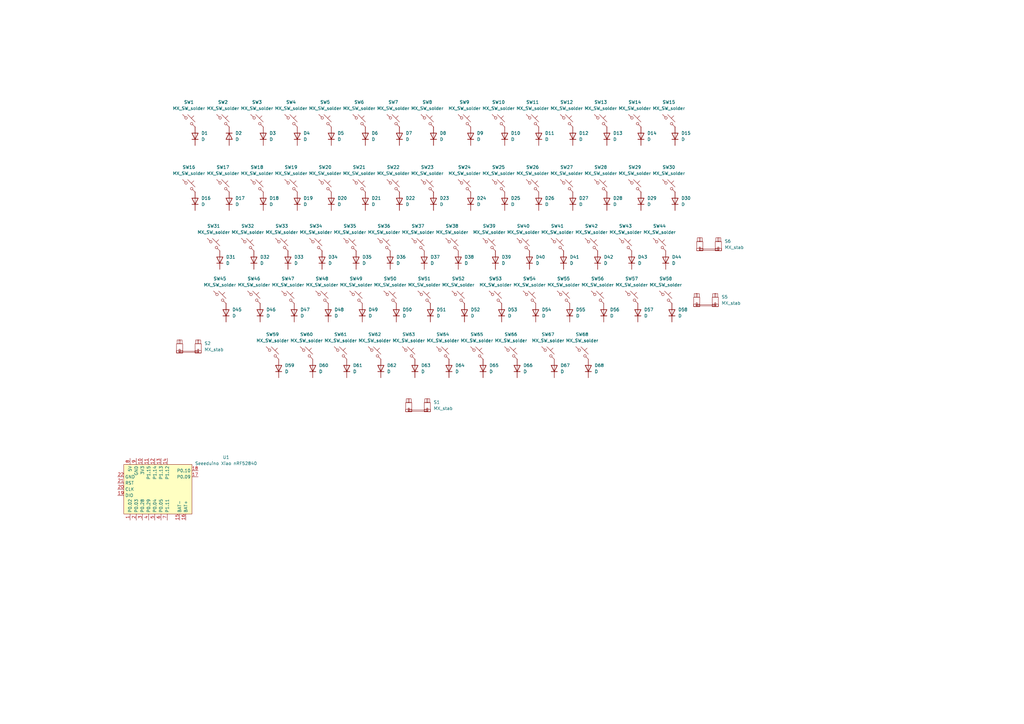
<source format=kicad_sch>
(kicad_sch (version 20231120) (generator "eeschema") (generator_version "8.0")
  (paper "A3")
  (symbol (lib_id "PCM_marbastlib-mx:MX_SW_solder") (at 167.64 144.78 0) (unit 1)
    (property "Reference" "SW63" (at 167.64 137.16 0))
    (property "Value" "MX_SW_solder" (at 167.64 139.7 0))
    (property "Footprint" "PCM_marbastlib-mx:SW_MX_1u" (effects (hide yes)))
    (property "Description" "Push button switch, normally open, two pins, 45° tilted" (effects (hide yes)))
  )
  (symbol (lib_id "Device:D") (at 93.98 55.88 270) (unit 1)
    (property "Reference" "D2" (at 96.52 54.6099 90) (effects (justify left)))
    (property "Value" "D" (at 96.52 57.1499 90) (effects (justify left)))
    (property "Footprint" "Diode_THT:D_DO-35_SOD27_P5.08mm_Vertical_AnodeUp" (effects (hide yes)))
    (property "Description" "Diode" (effects (hide yes)))
    (property "Sim.Device" "D" (effects (hide yes)))
    (property "Sim.Pins" "1=K 2=A" (effects (hide yes)))
  )
  (symbol (lib_id "PCM_marbastlib-mx:MX_SW_solder") (at 218.44 76.2 0) (unit 1)
    (property "Reference" "SW26" (at 218.44 68.58 0))
    (property "Value" "MX_SW_solder" (at 218.44 71.12 0))
    (property "Footprint" "PCM_marbastlib-mx:SW_MX_1u" (effects (hide yes)))
    (property "Description" "Push button switch, normally open, two pins, 45° tilted" (effects (hide yes)))
  )
  (symbol (lib_id "Device:D") (at 128.27 151.13 90) (unit 1)
    (property "Reference" "D60" (at 130.81 149.8599 90) (effects (justify right)))
    (property "Value" "D" (at 130.81 152.3999 90) (effects (justify right)))
    (property "Footprint" "Diode_THT:D_DO-35_SOD27_P5.08mm_Vertical_AnodeUp" (effects (hide yes)))
    (property "Description" "Diode" (effects (hide yes)))
    (property "Sim.Device" "D" (effects (hide yes)))
    (property "Sim.Pins" "1=K 2=A" (effects (hide yes)))
  )
  (symbol (lib_id "PCM_marbastlib-mx:MX_SW_solder") (at 161.29 76.2 0) (unit 1)
    (property "Reference" "SW22" (at 161.29 68.58 0))
    (property "Value" "MX_SW_solder" (at 161.29 71.12 0))
    (property "Footprint" "PCM_marbastlib-mx:SW_MX_1u" (effects (hide yes)))
    (property "Description" "Push button switch, normally open, two pins, 45° tilted" (effects (hide yes)))
  )
  (symbol (lib_id "Device:D") (at 217.17 106.68 90) (unit 1)
    (property "Reference" "D40" (at 219.71 105.4099 90) (effects (justify right)))
    (property "Value" "D" (at 219.71 107.9499 90) (effects (justify right)))
    (property "Footprint" "Diode_THT:D_DO-35_SOD27_P5.08mm_Vertical_AnodeUp" (effects (hide yes)))
    (property "Description" "Diode" (effects (hide yes)))
    (property "Sim.Device" "D" (effects (hide yes)))
    (property "Sim.Pins" "1=K 2=A" (effects (hide yes)))
  )
  (symbol (lib_id "PCM_marbastlib-mx:MX_SW_solder") (at 91.44 76.2 0) (unit 1)
    (property "Reference" "SW17" (at 91.44 68.58 0))
    (property "Value" "MX_SW_solder" (at 91.44 71.12 0))
    (property "Footprint" "PCM_marbastlib-mx:SW_MX_1u" (effects (hide yes)))
    (property "Description" "Push button switch, normally open, two pins, 45° tilted" (effects (hide yes)))
  )
  (symbol (lib_id "Device:D") (at 90.17 106.68 90) (unit 1)
    (property "Reference" "D31" (at 92.71 105.4099 90) (effects (justify right)))
    (property "Value" "D" (at 92.71 107.9499 90) (effects (justify right)))
    (property "Footprint" "Diode_THT:D_DO-35_SOD27_P5.08mm_Vertical_AnodeUp" (effects (hide yes)))
    (property "Description" "Diode" (effects (hide yes)))
    (property "Sim.Device" "D" (effects (hide yes)))
    (property "Sim.Pins" "1=K 2=A" (effects (hide yes)))
  )
  (symbol (lib_id "PCM_marbastlib-mx:MX_SW_solder") (at 190.5 76.2 0) (unit 1)
    (property "Reference" "SW24" (at 190.5 68.58 0))
    (property "Value" "MX_SW_solder" (at 190.5 71.12 0))
    (property "Footprint" "PCM_marbastlib-mx:SW_MX_1u" (effects (hide yes)))
    (property "Description" "Push button switch, normally open, two pins, 45° tilted" (effects (hide yes)))
  )
  (symbol (lib_id "PCM_marbastlib-mx:MX_SW_solder") (at 105.41 76.2 0) (unit 1)
    (property "Reference" "SW18" (at 105.41 68.58 0))
    (property "Value" "MX_SW_solder" (at 105.41 71.12 0))
    (property "Footprint" "PCM_marbastlib-mx:SW_MX_1u" (effects (hide yes)))
    (property "Description" "Push button switch, normally open, two pins, 45° tilted" (effects (hide yes)))
  )
  (symbol (lib_id "Device:D") (at 220.98 55.88 90) (unit 1)
    (property "Reference" "D11" (at 223.52 54.6099 90) (effects (justify right)))
    (property "Value" "D" (at 223.52 57.1499 90) (effects (justify right)))
    (property "Footprint" "Diode_THT:D_DO-35_SOD27_P5.08mm_Vertical_AnodeUp" (effects (hide yes)))
    (property "Description" "Diode" (effects (hide yes)))
    (property "Sim.Device" "D" (effects (hide yes)))
    (property "Sim.Pins" "1=K 2=A" (effects (hide yes)))
  )
  (symbol (lib_id "PCM_marbastlib-mx:MX_SW_solder") (at 231.14 121.92 0) (unit 1)
    (property "Reference" "SW55" (at 231.14 114.3 0))
    (property "Value" "MX_SW_solder" (at 231.14 116.84 0))
    (property "Footprint" "PCM_marbastlib-mx:SW_MX_1u" (effects (hide yes)))
    (property "Description" "Push button switch, normally open, two pins, 45° tilted" (effects (hide yes)))
  )
  (symbol (lib_id "Device:D") (at 176.53 128.27 90) (unit 1)
    (property "Reference" "D51" (at 179.07 126.9999 90) (effects (justify right)))
    (property "Value" "D" (at 179.07 129.5399 90) (effects (justify right)))
    (property "Footprint" "Diode_THT:D_DO-35_SOD27_P5.08mm_Vertical_AnodeUp" (effects (hide yes)))
    (property "Description" "Diode" (effects (hide yes)))
    (property "Sim.Device" "D" (effects (hide yes)))
    (property "Sim.Pins" "1=K 2=A" (effects (hide yes)))
  )
  (symbol (lib_id "Device:D") (at 80.01 55.88 90) (unit 1)
    (property "Reference" "D1" (at 82.55 54.6099 90) (effects (justify right)))
    (property "Value" "D" (at 82.55 57.1499 90) (effects (justify right)))
    (property "Footprint" "Diode_THT:D_DO-35_SOD27_P5.08mm_Vertical_AnodeUp" (effects (hide yes)))
    (property "Description" "Diode" (effects (hide yes)))
    (property "Sim.Device" "D" (effects (hide yes)))
    (property "Sim.Pins" "1=K 2=A" (effects (hide yes)))
  )
  (symbol (lib_id "Device:D") (at 106.68 128.27 90) (unit 1)
    (property "Reference" "D46" (at 109.22 126.9999 90) (effects (justify right)))
    (property "Value" "D" (at 109.22 129.5399 90) (effects (justify right)))
    (property "Footprint" "Diode_THT:D_DO-35_SOD27_P5.08mm_Vertical_AnodeUp" (effects (hide yes)))
    (property "Description" "Diode" (effects (hide yes)))
    (property "Sim.Device" "D" (effects (hide yes)))
    (property "Sim.Pins" "1=K 2=A" (effects (hide yes)))
  )
  (symbol (lib_id "Device:D") (at 205.74 128.27 90) (unit 1)
    (property "Reference" "D53" (at 208.28 126.9999 90) (effects (justify right)))
    (property "Value" "D" (at 208.28 129.5399 90) (effects (justify right)))
    (property "Footprint" "Diode_THT:D_DO-35_SOD27_P5.08mm_Vertical_AnodeUp" (effects (hide yes)))
    (property "Description" "Diode" (effects (hide yes)))
    (property "Sim.Device" "D" (effects (hide yes)))
    (property "Sim.Pins" "1=K 2=A" (effects (hide yes)))
  )
  (symbol (lib_id "PCM_marbastlib-mx:MX_SW_solder") (at 125.73 144.78 0) (unit 1)
    (property "Reference" "SW60" (at 125.73 137.16 0))
    (property "Value" "MX_SW_solder" (at 125.73 139.7 0))
    (property "Footprint" "PCM_marbastlib-mx:SW_MX_1u" (effects (hide yes)))
    (property "Description" "Push button switch, normally open, two pins, 45° tilted" (effects (hide yes)))
  )
  (symbol (lib_id "Device:D") (at 149.86 82.55 90) (unit 1)
    (property "Reference" "D21" (at 152.4 81.2799 90) (effects (justify right)))
    (property "Value" "D" (at 152.4 83.8199 90) (effects (justify right)))
    (property "Footprint" "Diode_THT:D_DO-35_SOD27_P5.08mm_Vertical_AnodeUp" (effects (hide yes)))
    (property "Description" "Diode" (effects (hide yes)))
    (property "Sim.Device" "D" (effects (hide yes)))
    (property "Sim.Pins" "1=K 2=A" (effects (hide yes)))
  )
  (symbol (lib_id "Device:D") (at 132.08 106.68 90) (unit 1)
    (property "Reference" "D34" (at 134.62 105.4099 90) (effects (justify right)))
    (property "Value" "D" (at 134.62 107.9499 90) (effects (justify right)))
    (property "Footprint" "Diode_THT:D_DO-35_SOD27_P5.08mm_Vertical_AnodeUp" (effects (hide yes)))
    (property "Description" "Diode" (effects (hide yes)))
    (property "Sim.Device" "D" (effects (hide yes)))
    (property "Sim.Pins" "1=K 2=A" (effects (hide yes)))
  )
  (symbol (lib_id "PCM_marbastlib-mx:MX_SW_solder") (at 87.63 100.33 0) (unit 1)
    (property "Reference" "SW31" (at 87.63 92.71 0))
    (property "Value" "MX_SW_solder" (at 87.63 95.25 0))
    (property "Footprint" "PCM_marbastlib-mx:SW_MX_1u" (effects (hide yes)))
    (property "Description" "Push button switch, normally open, two pins, 45° tilted" (effects (hide yes)))
  )
  (symbol (lib_id "PCM_marbastlib-mx:MX_SW_solder") (at 171.45 100.33 0) (unit 1)
    (property "Reference" "SW37" (at 171.45 92.71 0))
    (property "Value" "MX_SW_solder" (at 171.45 95.25 0))
    (property "Footprint" "PCM_marbastlib-mx:SW_MX_1u" (effects (hide yes)))
    (property "Description" "Push button switch, normally open, two pins, 45° tilted" (effects (hide yes)))
  )
  (symbol (lib_id "PCM_marbastlib-mx:MX_SW_solder") (at 132.08 121.92 0) (unit 1)
    (property "Reference" "SW48" (at 132.08 114.3 0))
    (property "Value" "MX_SW_solder" (at 132.08 116.84 0))
    (property "Footprint" "PCM_marbastlib-mx:SW_MX_1u" (effects (hide yes)))
    (property "Description" "Push button switch, normally open, two pins, 45° tilted" (effects (hide yes)))
  )
  (symbol (lib_id "Device:D") (at 163.83 82.55 90) (unit 1)
    (property "Reference" "D22" (at 166.37 81.2799 90) (effects (justify right)))
    (property "Value" "D" (at 166.37 83.8199 90) (effects (justify right)))
    (property "Footprint" "Diode_THT:D_DO-35_SOD27_P5.08mm_Vertical_AnodeUp" (effects (hide yes)))
    (property "Description" "Diode" (effects (hide yes)))
    (property "Sim.Device" "D" (effects (hide yes)))
    (property "Sim.Pins" "1=K 2=A" (effects (hide yes)))
  )
  (symbol (lib_id "PCM_marbastlib-mx:MX_SW_solder") (at 270.51 100.33 0) (unit 1)
    (property "Reference" "SW44" (at 270.51 92.71 0))
    (property "Value" "MX_SW_solder" (at 270.51 95.25 0))
    (property "Footprint" "PCM_marbastlib-mx:SW_MX_1u" (effects (hide yes)))
    (property "Description" "Push button switch, normally open, two pins, 45° tilted" (effects (hide yes)))
  )
  (symbol (lib_id "Device:D") (at 118.11 106.68 90) (unit 1)
    (property "Reference" "D33" (at 120.65 105.4099 90) (effects (justify right)))
    (property "Value" "D" (at 120.65 107.9499 90) (effects (justify right)))
    (property "Footprint" "Diode_THT:D_DO-35_SOD27_P5.08mm_Vertical_AnodeUp" (effects (hide yes)))
    (property "Description" "Diode" (effects (hide yes)))
    (property "Sim.Device" "D" (effects (hide yes)))
    (property "Sim.Pins" "1=K 2=A" (effects (hide yes)))
  )
  (symbol (lib_id "PCM_marbastlib-mx:MX_SW_solder") (at 119.38 76.2 0) (unit 1)
    (property "Reference" "SW19" (at 119.38 68.58 0))
    (property "Value" "MX_SW_solder" (at 119.38 71.12 0))
    (property "Footprint" "PCM_marbastlib-mx:SW_MX_1u" (effects (hide yes)))
    (property "Description" "Push button switch, normally open, two pins, 45° tilted" (effects (hide yes)))
  )
  (symbol (lib_id "PCM_marbastlib-mx:MX_SW_solder") (at 246.38 49.53 0) (unit 1)
    (property "Reference" "SW13" (at 246.38 41.91 0))
    (property "Value" "MX_SW_solder" (at 246.38 44.45 0))
    (property "Footprint" "PCM_marbastlib-mx:SW_MX_1u" (effects (hide yes)))
    (property "Description" "Push button switch, normally open, two pins, 45° tilted" (effects (hide yes)))
  )
  (symbol (lib_id "PCM_marbastlib-mx:MX_SW_solder") (at 133.35 49.53 0) (unit 1)
    (property "Reference" "SW5" (at 133.35 41.91 0))
    (property "Value" "MX_SW_solder" (at 133.35 44.45 0))
    (property "Footprint" "PCM_marbastlib-mx:SW_MX_1u" (effects (hide yes)))
    (property "Description" "Push button switch, normally open, two pins, 45° tilted" (effects (hide yes)))
  )
  (symbol (lib_id "PCM_marbastlib-mx:MX_SW_solder") (at 224.79 144.78 0) (unit 1)
    (property "Reference" "SW67" (at 224.79 137.16 0))
    (property "Value" "MX_SW_solder" (at 224.79 139.7 0))
    (property "Footprint" "PCM_marbastlib-mx:SW_MX_1u" (effects (hide yes)))
    (property "Description" "Push button switch, normally open, two pins, 45° tilted" (effects (hide yes)))
  )
  (symbol (lib_id "Device:D") (at 142.24 151.13 90) (unit 1)
    (property "Reference" "D61" (at 144.78 149.8599 90) (effects (justify right)))
    (property "Value" "D" (at 144.78 152.3999 90) (effects (justify right)))
    (property "Footprint" "Diode_THT:D_DO-35_SOD27_P5.08mm_Vertical_AnodeUp" (effects (hide yes)))
    (property "Description" "Diode" (effects (hide yes)))
    (property "Sim.Device" "D" (effects (hide yes)))
    (property "Sim.Pins" "1=K 2=A" (effects (hide yes)))
  )
  (symbol (lib_id "PCM_marbastlib-mx:MX_SW_solder") (at 259.08 121.92 0) (unit 1)
    (property "Reference" "SW57" (at 259.08 114.3 0))
    (property "Value" "MX_SW_solder" (at 259.08 116.84 0))
    (property "Footprint" "PCM_marbastlib-mx:SW_MX_1u" (effects (hide yes)))
    (property "Description" "Push button switch, normally open, two pins, 45° tilted" (effects (hide yes)))
  )
  (symbol (lib_id "PCM_marbastlib-mx:MX_SW_solder") (at 160.02 121.92 0) (unit 1)
    (property "Reference" "SW50" (at 160.02 114.3 0))
    (property "Value" "MX_SW_solder" (at 160.02 116.84 0))
    (property "Footprint" "PCM_marbastlib-mx:SW_MX_1u" (effects (hide yes)))
    (property "Description" "Push button switch, normally open, two pins, 45° tilted" (effects (hide yes)))
  )
  (symbol (lib_id "Device:D") (at 262.89 55.88 90) (unit 1)
    (property "Reference" "D14" (at 265.43 54.6099 90) (effects (justify right)))
    (property "Value" "D" (at 265.43 57.1499 90) (effects (justify right)))
    (property "Footprint" "Diode_THT:D_DO-35_SOD27_P5.08mm_Vertical_AnodeUp" (effects (hide yes)))
    (property "Description" "Diode" (effects (hide yes)))
    (property "Sim.Device" "D" (effects (hide yes)))
    (property "Sim.Pins" "1=K 2=A" (effects (hide yes)))
  )
  (symbol (lib_id "Device:D") (at 198.12 151.13 90) (unit 1)
    (property "Reference" "D65" (at 200.66 149.8599 90) (effects (justify right)))
    (property "Value" "D" (at 200.66 152.3999 90) (effects (justify right)))
    (property "Footprint" "Diode_THT:D_DO-35_SOD27_P5.08mm_Vertical_AnodeUp" (effects (hide yes)))
    (property "Description" "Diode" (effects (hide yes)))
    (property "Sim.Device" "D" (effects (hide yes)))
    (property "Sim.Pins" "1=K 2=A" (effects (hide yes)))
  )
  (symbol (lib_id "PCM_marbastlib-mx:MX_SW_solder") (at 209.55 144.78 0) (unit 1)
    (property "Reference" "SW66" (at 209.55 137.16 0))
    (property "Value" "MX_SW_solder" (at 209.55 139.7 0))
    (property "Footprint" "PCM_marbastlib-mx:SW_MX_1u" (effects (hide yes)))
    (property "Description" "Push button switch, normally open, two pins, 45° tilted" (effects (hide yes)))
  )
  (symbol (lib_id "PCM_marbastlib-mx:MX_SW_solder") (at 217.17 121.92 0) (unit 1)
    (property "Reference" "SW54" (at 217.17 114.3 0))
    (property "Value" "MX_SW_solder" (at 217.17 116.84 0))
    (property "Footprint" "PCM_marbastlib-mx:SW_MX_1u" (effects (hide yes)))
    (property "Description" "Push button switch, normally open, two pins, 45° tilted" (effects (hide yes)))
  )
  (symbol (lib_id "Device:D") (at 276.86 55.88 90) (unit 1)
    (property "Reference" "D15" (at 279.4 54.6099 90) (effects (justify right)))
    (property "Value" "D" (at 279.4 57.1499 90) (effects (justify right)))
    (property "Footprint" "Diode_THT:D_DO-35_SOD27_P5.08mm_Vertical_AnodeUp" (effects (hide yes)))
    (property "Description" "Diode" (effects (hide yes)))
    (property "Sim.Device" "D" (effects (hide yes)))
    (property "Sim.Pins" "1=K 2=A" (effects (hide yes)))
  )
  (symbol (lib_id "Device:D") (at 233.68 128.27 90) (unit 1)
    (property "Reference" "D55" (at 236.22 126.9999 90) (effects (justify right)))
    (property "Value" "D" (at 236.22 129.5399 90) (effects (justify right)))
    (property "Footprint" "Diode_THT:D_DO-35_SOD27_P5.08mm_Vertical_AnodeUp" (effects (hide yes)))
    (property "Description" "Diode" (effects (hide yes)))
    (property "Sim.Device" "D" (effects (hide yes)))
    (property "Sim.Pins" "1=K 2=A" (effects (hide yes)))
  )
  (symbol (lib_id "PCM_marbastlib-mx:MX_SW_solder") (at 143.51 100.33 0) (unit 1)
    (property "Reference" "SW35" (at 143.51 92.71 0))
    (property "Value" "MX_SW_solder" (at 143.51 95.25 0))
    (property "Footprint" "PCM_marbastlib-mx:SW_MX_1u" (effects (hide yes)))
    (property "Description" "Push button switch, normally open, two pins, 45° tilted" (effects (hide yes)))
  )
  (symbol (lib_id "Device:D") (at 160.02 106.68 90) (unit 1)
    (property "Reference" "D36" (at 162.56 105.4099 90) (effects (justify right)))
    (property "Value" "D" (at 162.56 107.9499 90) (effects (justify right)))
    (property "Footprint" "Diode_THT:D_DO-35_SOD27_P5.08mm_Vertical_AnodeUp" (effects (hide yes)))
    (property "Description" "Diode" (effects (hide yes)))
    (property "Sim.Device" "D" (effects (hide yes)))
    (property "Sim.Pins" "1=K 2=A" (effects (hide yes)))
  )
  (symbol (lib_id "Device:D") (at 173.99 106.68 90) (unit 1)
    (property "Reference" "D37" (at 176.53 105.4099 90) (effects (justify right)))
    (property "Value" "D" (at 176.53 107.9499 90) (effects (justify right)))
    (property "Footprint" "Diode_THT:D_DO-35_SOD27_P5.08mm_Vertical_AnodeUp" (effects (hide yes)))
    (property "Description" "Diode" (effects (hide yes)))
    (property "Sim.Device" "D" (effects (hide yes)))
    (property "Sim.Pins" "1=K 2=A" (effects (hide yes)))
  )
  (symbol (lib_id "Device:D") (at 114.3 151.13 90) (unit 1)
    (property "Reference" "D59" (at 116.84 149.8599 90) (effects (justify right)))
    (property "Value" "D" (at 116.84 152.3999 90) (effects (justify right)))
    (property "Footprint" "Diode_THT:D_DO-35_SOD27_P5.08mm_Vertical_AnodeUp" (effects (hide yes)))
    (property "Description" "Diode" (effects (hide yes)))
    (property "Sim.Device" "D" (effects (hide yes)))
    (property "Sim.Pins" "1=K 2=A" (effects (hide yes)))
  )
  (symbol (lib_id "PCM_marbastlib-mx:MX_SW_solder") (at 238.76 144.78 0) (unit 1)
    (property "Reference" "SW68" (at 238.76 137.16 0))
    (property "Value" "MX_SW_solder" (at 238.76 139.7 0))
    (property "Footprint" "PCM_marbastlib-mx:SW_MX_1u" (effects (hide yes)))
    (property "Description" "Push button switch, normally open, two pins, 45° tilted" (effects (hide yes)))
  )
  (symbol (lib_id "PCM_marbastlib-mx:MX_SW_solder") (at 204.47 76.2 0) (unit 1)
    (property "Reference" "SW25" (at 204.47 68.58 0))
    (property "Value" "MX_SW_solder" (at 204.47 71.12 0))
    (property "Footprint" "PCM_marbastlib-mx:SW_MX_1u" (effects (hide yes)))
    (property "Description" "Push button switch, normally open, two pins, 45° tilted" (effects (hide yes)))
  )
  (symbol (lib_id "PCM_marbastlib-mx:MX_SW_solder") (at 260.35 76.2 0) (unit 1)
    (property "Reference" "SW29" (at 260.35 68.58 0))
    (property "Value" "MX_SW_solder" (at 260.35 71.12 0))
    (property "Footprint" "PCM_marbastlib-mx:SW_MX_1u" (effects (hide yes)))
    (property "Description" "Push button switch, normally open, two pins, 45° tilted" (effects (hide yes)))
  )
  (symbol (lib_id "Device:D") (at 107.95 55.88 90) (unit 1)
    (property "Reference" "D3" (at 110.49 54.6099 90) (effects (justify right)))
    (property "Value" "D" (at 110.49 57.1499 90) (effects (justify right)))
    (property "Footprint" "Diode_THT:D_DO-35_SOD27_P5.08mm_Vertical_AnodeUp" (effects (hide yes)))
    (property "Description" "Diode" (effects (hide yes)))
    (property "Sim.Device" "D" (effects (hide yes)))
    (property "Sim.Pins" "1=K 2=A" (effects (hide yes)))
  )
  (symbol (lib_id "PCM_marbastlib-mx:MX_stab") (at 77.47 142.24 0) (unit 1)
    (property "Reference" "S2" (at 83.82 140.8429 0) (effects (justify left)))
    (property "Value" "MX_stab" (at 83.82 143.3829 0) (effects (justify left)))
    (property "Footprint" "PCM_marbastlib-mx:STAB_MX_2u" (effects (hide yes)))
    (property "Description" "Cherry MX-style stabilizer" (effects (hide yes)))
  )
  (symbol (lib_id "PCM_marbastlib-mx:MX_SW_solder") (at 203.2 121.92 0) (unit 1)
    (property "Reference" "SW53" (at 203.2 114.3 0))
    (property "Value" "MX_SW_solder" (at 203.2 116.84 0))
    (property "Footprint" "PCM_marbastlib-mx:SW_MX_1u" (effects (hide yes)))
    (property "Description" "Push button switch, normally open, two pins, 45° tilted" (effects (hide yes)))
  )
  (symbol (lib_id "PCM_marbastlib-mx:MX_SW_solder") (at 181.61 144.78 0) (unit 1)
    (property "Reference" "SW64" (at 181.61 137.16 0))
    (property "Value" "MX_SW_solder" (at 181.61 139.7 0))
    (property "Footprint" "PCM_marbastlib-mx:SW_MX_1u" (effects (hide yes)))
    (property "Description" "Push button switch, normally open, two pins, 45° tilted" (effects (hide yes)))
  )
  (symbol (lib_id "PCM_marbastlib-mx:MX_stab") (at 290.83 100.33 0) (unit 1)
    (property "Reference" "S6" (at 297.18 98.9329 0) (effects (justify left)))
    (property "Value" "MX_stab" (at 297.18 101.4729 0) (effects (justify left)))
    (property "Footprint" "PCM_marbastlib-mx:STAB_MX_2u" (effects (hide yes)))
    (property "Description" "Cherry MX-style stabilizer" (effects (hide yes)))
  )
  (symbol (lib_id "PCM_marbastlib-mx:MX_SW_solder") (at 161.29 49.53 0) (unit 1)
    (property "Reference" "SW7" (at 161.29 41.91 0))
    (property "Value" "MX_SW_solder" (at 161.29 44.45 0))
    (property "Footprint" "PCM_marbastlib-mx:SW_MX_1u" (effects (hide yes)))
    (property "Description" "Push button switch, normally open, two pins, 45° tilted" (effects (hide yes)))
  )
  (symbol (lib_id "PCM_marbastlib-mx:MX_stab") (at 289.56 123.19 0) (unit 1)
    (property "Reference" "S5" (at 295.91 121.7929 0) (effects (justify left)))
    (property "Value" "MX_stab" (at 295.91 124.3329 0) (effects (justify left)))
    (property "Footprint" "PCM_marbastlib-mx:STAB_MX_2u" (effects (hide yes)))
    (property "Description" "Cherry MX-style stabilizer" (effects (hide yes)))
  )
  (symbol (lib_id "Device:D") (at 247.65 128.27 90) (unit 1)
    (property "Reference" "D56" (at 250.19 126.9999 90) (effects (justify right)))
    (property "Value" "D" (at 250.19 129.5399 90) (effects (justify right)))
    (property "Footprint" "Diode_THT:D_DO-35_SOD27_P5.08mm_Vertical_AnodeUp" (effects (hide yes)))
    (property "Description" "Diode" (effects (hide yes)))
    (property "Sim.Device" "D" (effects (hide yes)))
    (property "Sim.Pins" "1=K 2=A" (effects (hide yes)))
  )
  (symbol (lib_id "Device:D") (at 219.71 128.27 90) (unit 1)
    (property "Reference" "D54" (at 222.25 126.9999 90) (effects (justify right)))
    (property "Value" "D" (at 222.25 129.5399 90) (effects (justify right)))
    (property "Footprint" "Diode_THT:D_DO-35_SOD27_P5.08mm_Vertical_AnodeUp" (effects (hide yes)))
    (property "Description" "Diode" (effects (hide yes)))
    (property "Sim.Device" "D" (effects (hide yes)))
    (property "Sim.Pins" "1=K 2=A" (effects (hide yes)))
  )
  (symbol (lib_id "PCM_marbastlib-mx:MX_SW_solder") (at 260.35 49.53 0) (unit 1)
    (property "Reference" "SW14" (at 260.35 41.91 0))
    (property "Value" "MX_SW_solder" (at 260.35 44.45 0))
    (property "Footprint" "PCM_marbastlib-mx:SW_MX_1u" (effects (hide yes)))
    (property "Description" "Push button switch, normally open, two pins, 45° tilted" (effects (hide yes)))
  )
  (symbol (lib_id "Device:D") (at 148.59 128.27 90) (unit 1)
    (property "Reference" "D49" (at 151.13 126.9999 90) (effects (justify right)))
    (property "Value" "D" (at 151.13 129.5399 90) (effects (justify right)))
    (property "Footprint" "Diode_THT:D_DO-35_SOD27_P5.08mm_Vertical_AnodeUp" (effects (hide yes)))
    (property "Description" "Diode" (effects (hide yes)))
    (property "Sim.Device" "D" (effects (hide yes)))
    (property "Sim.Pins" "1=K 2=A" (effects (hide yes)))
  )
  (symbol (lib_id "Device:D") (at 107.95 82.55 90) (unit 1)
    (property "Reference" "D18" (at 110.49 81.2799 90) (effects (justify right)))
    (property "Value" "D" (at 110.49 83.8199 90) (effects (justify right)))
    (property "Footprint" "Diode_THT:D_DO-35_SOD27_P5.08mm_Vertical_AnodeUp" (effects (hide yes)))
    (property "Description" "Diode" (effects (hide yes)))
    (property "Sim.Device" "D" (effects (hide yes)))
    (property "Sim.Pins" "1=K 2=A" (effects (hide yes)))
  )
  (symbol (lib_id "PCM_marbastlib-mx:MX_SW_solder") (at 77.47 76.2 0) (unit 1)
    (property "Reference" "SW16" (at 77.47 68.58 0))
    (property "Value" "MX_SW_solder" (at 77.47 71.12 0))
    (property "Footprint" "PCM_marbastlib-mx:SW_MX_1u" (effects (hide yes)))
    (property "Description" "Push button switch, normally open, two pins, 45° tilted" (effects (hide yes)))
  )
  (symbol (lib_id "PCM_marbastlib-mx:MX_SW_solder") (at 232.41 76.2 0) (unit 1)
    (property "Reference" "SW27" (at 232.41 68.58 0))
    (property "Value" "MX_SW_solder" (at 232.41 71.12 0))
    (property "Footprint" "PCM_marbastlib-mx:SW_MX_1u" (effects (hide yes)))
    (property "Description" "Push button switch, normally open, two pins, 45° tilted" (effects (hide yes)))
  )
  (symbol (lib_id "Device:D") (at 93.98 82.55 90) (unit 1)
    (property "Reference" "D17" (at 96.52 81.2799 90) (effects (justify right)))
    (property "Value" "D" (at 96.52 83.8199 90) (effects (justify right)))
    (property "Footprint" "Diode_THT:D_DO-35_SOD27_P5.08mm_Vertical_AnodeUp" (effects (hide yes)))
    (property "Description" "Diode" (effects (hide yes)))
    (property "Sim.Device" "D" (effects (hide yes)))
    (property "Sim.Pins" "1=K 2=A" (effects (hide yes)))
  )
  (symbol (lib_id "Device:D") (at 163.83 55.88 90) (unit 1)
    (property "Reference" "D7" (at 166.37 54.6099 90) (effects (justify right)))
    (property "Value" "D" (at 166.37 57.1499 90) (effects (justify right)))
    (property "Footprint" "Diode_THT:D_DO-35_SOD27_P5.08mm_Vertical_AnodeUp" (effects (hide yes)))
    (property "Description" "Diode" (effects (hide yes)))
    (property "Sim.Device" "D" (effects (hide yes)))
    (property "Sim.Pins" "1=K 2=A" (effects (hide yes)))
  )
  (symbol (lib_id "Device:D") (at 135.89 55.88 90) (unit 1)
    (property "Reference" "D5" (at 138.43 54.6099 90) (effects (justify right)))
    (property "Value" "D" (at 138.43 57.1499 90) (effects (justify right)))
    (property "Footprint" "Diode_THT:D_DO-35_SOD27_P5.08mm_Vertical_AnodeUp" (effects (hide yes)))
    (property "Description" "Diode" (effects (hide yes)))
    (property "Sim.Device" "D" (effects (hide yes)))
    (property "Sim.Pins" "1=K 2=A" (effects (hide yes)))
  )
  (symbol (lib_id "PCM_marbastlib-mx:MX_SW_solder") (at 190.5 49.53 0) (unit 1)
    (property "Reference" "SW9" (at 190.5 41.91 0))
    (property "Value" "MX_SW_solder" (at 190.5 44.45 0))
    (property "Footprint" "PCM_marbastlib-mx:SW_MX_1u" (effects (hide yes)))
    (property "Description" "Push button switch, normally open, two pins, 45° tilted" (effects (hide yes)))
  )
  (symbol (lib_id "Device:D") (at 207.01 55.88 90) (unit 1)
    (property "Reference" "D10" (at 209.55 54.6099 90) (effects (justify right)))
    (property "Value" "D" (at 209.55 57.1499 90) (effects (justify right)))
    (property "Footprint" "Diode_THT:D_DO-35_SOD27_P5.08mm_Vertical_AnodeUp" (effects (hide yes)))
    (property "Description" "Diode" (effects (hide yes)))
    (property "Sim.Device" "D" (effects (hide yes)))
    (property "Sim.Pins" "1=K 2=A" (effects (hide yes)))
  )
  (symbol (lib_id "PCM_marbastlib-mx:MX_SW_solder") (at 228.6 100.33 0) (unit 1)
    (property "Reference" "SW41" (at 228.6 92.71 0))
    (property "Value" "MX_SW_solder" (at 228.6 95.25 0))
    (property "Footprint" "PCM_marbastlib-mx:SW_MX_1u" (effects (hide yes)))
    (property "Description" "Push button switch, normally open, two pins, 45° tilted" (effects (hide yes)))
  )
  (symbol (lib_id "PCM_marbastlib-mx:MX_SW_solder") (at 274.32 76.2 0) (unit 1)
    (property "Reference" "SW30" (at 274.32 68.58 0))
    (property "Value" "MX_SW_solder" (at 274.32 71.12 0))
    (property "Footprint" "PCM_marbastlib-mx:SW_MX_1u" (effects (hide yes)))
    (property "Description" "Push button switch, normally open, two pins, 45° tilted" (effects (hide yes)))
  )
  (symbol (lib_id "PCM_marbastlib-mx:MX_SW_solder") (at 214.63 100.33 0) (unit 1)
    (property "Reference" "SW40" (at 214.63 92.71 0))
    (property "Value" "MX_SW_solder" (at 214.63 95.25 0))
    (property "Footprint" "PCM_marbastlib-mx:SW_MX_1u" (effects (hide yes)))
    (property "Description" "Push button switch, normally open, two pins, 45° tilted" (effects (hide yes)))
  )
  (symbol (lib_id "Device:D") (at 245.11 106.68 90) (unit 1)
    (property "Reference" "D42" (at 247.65 105.4099 90) (effects (justify right)))
    (property "Value" "D" (at 247.65 107.9499 90) (effects (justify right)))
    (property "Footprint" "Diode_THT:D_DO-35_SOD27_P5.08mm_Vertical_AnodeUp" (effects (hide yes)))
    (property "Description" "Diode" (effects (hide yes)))
    (property "Sim.Device" "D" (effects (hide yes)))
    (property "Sim.Pins" "1=K 2=A" (effects (hide yes)))
  )
  (symbol (lib_id "Device:D") (at 212.09 151.13 90) (unit 1)
    (property "Reference" "D66" (at 214.63 149.8599 90) (effects (justify right)))
    (property "Value" "D" (at 214.63 152.3999 90) (effects (justify right)))
    (property "Footprint" "Diode_THT:D_DO-35_SOD27_P5.08mm_Vertical_AnodeUp" (effects (hide yes)))
    (property "Description" "Diode" (effects (hide yes)))
    (property "Sim.Device" "D" (effects (hide yes)))
    (property "Sim.Pins" "1=K 2=A" (effects (hide yes)))
  )
  (symbol (lib_id "PCM_marbastlib-mx:MX_SW_solder") (at 204.47 49.53 0) (unit 1)
    (property "Reference" "SW10" (at 204.47 41.91 0))
    (property "Value" "MX_SW_solder" (at 204.47 44.45 0))
    (property "Footprint" "PCM_marbastlib-mx:SW_MX_1u" (effects (hide yes)))
    (property "Description" "Push button switch, normally open, two pins, 45° tilted" (effects (hide yes)))
  )
  (symbol (lib_id "Device:D") (at 121.92 82.55 90) (unit 1)
    (property "Reference" "D19" (at 124.46 81.2799 90) (effects (justify right)))
    (property "Value" "D" (at 124.46 83.8199 90) (effects (justify right)))
    (property "Footprint" "Diode_THT:D_DO-35_SOD27_P5.08mm_Vertical_AnodeUp" (effects (hide yes)))
    (property "Description" "Diode" (effects (hide yes)))
    (property "Sim.Device" "D" (effects (hide yes)))
    (property "Sim.Pins" "1=K 2=A" (effects (hide yes)))
  )
  (symbol (lib_id "PCM_marbastlib-mx:MX_SW_solder") (at 77.47 49.53 0) (unit 1)
    (property "Reference" "SW1" (at 77.47 41.91 0))
    (property "Value" "MX_SW_solder" (at 77.47 44.45 0))
    (property "Footprint" "PCM_marbastlib-mx:SW_MX_1u" (effects (hide yes)))
    (property "Description" "Push button switch, normally open, two pins, 45° tilted" (effects (hide yes)))
  )
  (symbol (lib_id "PCM_marbastlib-mx:MX_SW_solder") (at 147.32 76.2 0) (unit 1)
    (property "Reference" "SW21" (at 147.32 68.58 0))
    (property "Value" "MX_SW_solder" (at 147.32 71.12 0))
    (property "Footprint" "PCM_marbastlib-mx:SW_MX_1u" (effects (hide yes)))
    (property "Description" "Push button switch, normally open, two pins, 45° tilted" (effects (hide yes)))
  )
  (symbol (lib_id "PCM_marbastlib-mx:MX_SW_solder") (at 104.14 121.92 0) (unit 1)
    (property "Reference" "SW46" (at 104.14 114.3 0))
    (property "Value" "MX_SW_solder" (at 104.14 116.84 0))
    (property "Footprint" "PCM_marbastlib-mx:SW_MX_1u" (effects (hide yes)))
    (property "Description" "Push button switch, normally open, two pins, 45° tilted" (effects (hide yes)))
  )
  (symbol (lib_id "Device:D") (at 104.14 106.68 90) (unit 1)
    (property "Reference" "D32" (at 106.68 105.4099 90) (effects (justify right)))
    (property "Value" "D" (at 106.68 107.9499 90) (effects (justify right)))
    (property "Footprint" "Diode_THT:D_DO-35_SOD27_P5.08mm_Vertical_AnodeUp" (effects (hide yes)))
    (property "Description" "Diode" (effects (hide yes)))
    (property "Sim.Device" "D" (effects (hide yes)))
    (property "Sim.Pins" "1=K 2=A" (effects (hide yes)))
  )
  (symbol (lib_id "Device:D") (at 261.62 128.27 90) (unit 1)
    (property "Reference" "D57" (at 264.16 126.9999 90) (effects (justify right)))
    (property "Value" "D" (at 264.16 129.5399 90) (effects (justify right)))
    (property "Footprint" "Diode_THT:D_DO-35_SOD27_P5.08mm_Vertical_AnodeUp" (effects (hide yes)))
    (property "Description" "Diode" (effects (hide yes)))
    (property "Sim.Device" "D" (effects (hide yes)))
    (property "Sim.Pins" "1=K 2=A" (effects (hide yes)))
  )
  (symbol (lib_id "PCM_marbastlib-mx:MX_SW_solder") (at 187.96 121.92 0) (unit 1)
    (property "Reference" "SW52" (at 187.96 114.3 0))
    (property "Value" "MX_SW_solder" (at 187.96 116.84 0))
    (property "Footprint" "PCM_marbastlib-mx:SW_MX_1u" (effects (hide yes)))
    (property "Description" "Push button switch, normally open, two pins, 45° tilted" (effects (hide yes)))
  )
  (symbol (lib_id "Device:D") (at 207.01 82.55 90) (unit 1)
    (property "Reference" "D25" (at 209.55 81.2799 90) (effects (justify right)))
    (property "Value" "D" (at 209.55 83.8199 90) (effects (justify right)))
    (property "Footprint" "Diode_THT:D_DO-35_SOD27_P5.08mm_Vertical_AnodeUp" (effects (hide yes)))
    (property "Description" "Diode" (effects (hide yes)))
    (property "Sim.Device" "D" (effects (hide yes)))
    (property "Sim.Pins" "1=K 2=A" (effects (hide yes)))
  )
  (symbol (lib_id "Device:D") (at 184.15 151.13 90) (unit 1)
    (property "Reference" "D64" (at 186.69 149.8599 90) (effects (justify right)))
    (property "Value" "D" (at 186.69 152.3999 90) (effects (justify right)))
    (property "Footprint" "Diode_THT:D_DO-35_SOD27_P5.08mm_Vertical_AnodeUp" (effects (hide yes)))
    (property "Description" "Diode" (effects (hide yes)))
    (property "Sim.Device" "D" (effects (hide yes)))
    (property "Sim.Pins" "1=K 2=A" (effects (hide yes)))
  )
  (symbol (lib_id "PCM_marbastlib-mx:MX_SW_solder") (at 173.99 121.92 0) (unit 1)
    (property "Reference" "SW51" (at 173.99 114.3 0))
    (property "Value" "MX_SW_solder" (at 173.99 116.84 0))
    (property "Footprint" "PCM_marbastlib-mx:SW_MX_1u" (effects (hide yes)))
    (property "Description" "Push button switch, normally open, two pins, 45° tilted" (effects (hide yes)))
  )
  (symbol (lib_id "Device:D") (at 193.04 82.55 90) (unit 1)
    (property "Reference" "D24" (at 195.58 81.2799 90) (effects (justify right)))
    (property "Value" "D" (at 195.58 83.8199 90) (effects (justify right)))
    (property "Footprint" "Diode_THT:D_DO-35_SOD27_P5.08mm_Vertical_AnodeUp" (effects (hide yes)))
    (property "Description" "Diode" (effects (hide yes)))
    (property "Sim.Device" "D" (effects (hide yes)))
    (property "Sim.Pins" "1=K 2=A" (effects (hide yes)))
  )
  (symbol (lib_id "PCM_marbastlib-mx:MX_SW_solder") (at 111.76 144.78 0) (unit 1)
    (property "Reference" "SW59" (at 111.76 137.16 0))
    (property "Value" "MX_SW_solder" (at 111.76 139.7 0))
    (property "Footprint" "PCM_marbastlib-mx:SW_MX_1u" (effects (hide yes)))
    (property "Description" "Push button switch, normally open, two pins, 45° tilted" (effects (hide yes)))
  )
  (symbol (lib_id "Device:D") (at 276.86 82.55 90) (unit 1)
    (property "Reference" "D30" (at 279.4 81.2799 90) (effects (justify right)))
    (property "Value" "D" (at 279.4 83.8199 90) (effects (justify right)))
    (property "Footprint" "Diode_THT:D_DO-35_SOD27_P5.08mm_Vertical_AnodeUp" (effects (hide yes)))
    (property "Description" "Diode" (effects (hide yes)))
    (property "Sim.Device" "D" (effects (hide yes)))
    (property "Sim.Pins" "1=K 2=A" (effects (hide yes)))
  )
  (symbol (lib_id "Device:D") (at 177.8 55.88 90) (unit 1)
    (property "Reference" "D8" (at 180.34 54.6099 90) (effects (justify right)))
    (property "Value" "D" (at 180.34 57.1499 90) (effects (justify right)))
    (property "Footprint" "Diode_THT:D_DO-35_SOD27_P5.08mm_Vertical_AnodeUp" (effects (hide yes)))
    (property "Description" "Diode" (effects (hide yes)))
    (property "Sim.Device" "D" (effects (hide yes)))
    (property "Sim.Pins" "1=K 2=A" (effects (hide yes)))
  )
  (symbol (lib_id "PCM_marbastlib-mx:MX_SW_solder") (at 133.35 76.2 0) (unit 1)
    (property "Reference" "SW20" (at 133.35 68.58 0))
    (property "Value" "MX_SW_solder" (at 133.35 71.12 0))
    (property "Footprint" "PCM_marbastlib-mx:SW_MX_1u" (effects (hide yes)))
    (property "Description" "Push button switch, normally open, two pins, 45° tilted" (effects (hide yes)))
  )
  (symbol (lib_id "PCM_marbastlib-mx:MX_SW_solder") (at 153.67 144.78 0) (unit 1)
    (property "Reference" "SW62" (at 153.67 137.16 0))
    (property "Value" "MX_SW_solder" (at 153.67 139.7 0))
    (property "Footprint" "PCM_marbastlib-mx:SW_MX_1u" (effects (hide yes)))
    (property "Description" "Push button switch, normally open, two pins, 45° tilted" (effects (hide yes)))
  )
  (symbol (lib_id "PCM_marbastlib-mx:MX_SW_solder") (at 256.54 100.33 0) (unit 1)
    (property "Reference" "SW43" (at 256.54 92.71 0))
    (property "Value" "MX_SW_solder" (at 256.54 95.25 0))
    (property "Footprint" "PCM_marbastlib-mx:SW_MX_1u" (effects (hide yes)))
    (property "Description" "Push button switch, normally open, two pins, 45° tilted" (effects (hide yes)))
  )
  (symbol (lib_id "PCM_marbastlib-mx:MX_SW_solder") (at 91.44 49.53 0) (unit 1)
    (property "Reference" "SW2" (at 91.44 41.91 0))
    (property "Value" "MX_SW_solder" (at 91.44 44.45 0))
    (property "Footprint" "PCM_marbastlib-mx:SW_MX_1u" (effects (hide yes)))
    (property "Description" "Push button switch, normally open, two pins, 45° tilted" (effects (hide yes)))
  )
  (symbol (lib_id "PCM_marbastlib-mx:MX_SW_solder") (at 115.57 100.33 0) (unit 1)
    (property "Reference" "SW33" (at 115.57 92.71 0))
    (property "Value" "MX_SW_solder" (at 115.57 95.25 0))
    (property "Footprint" "PCM_marbastlib-mx:SW_MX_1u" (effects (hide yes)))
    (property "Description" "Push button switch, normally open, two pins, 45° tilted" (effects (hide yes)))
  )
  (symbol (lib_id "Device:D") (at 220.98 82.55 90) (unit 1)
    (property "Reference" "D26" (at 223.52 81.2799 90) (effects (justify right)))
    (property "Value" "D" (at 223.52 83.8199 90) (effects (justify right)))
    (property "Footprint" "Diode_THT:D_DO-35_SOD27_P5.08mm_Vertical_AnodeUp" (effects (hide yes)))
    (property "Description" "Diode" (effects (hide yes)))
    (property "Sim.Device" "D" (effects (hide yes)))
    (property "Sim.Pins" "1=K 2=A" (effects (hide yes)))
  )
  (symbol (lib_id "PCM_marbastlib-mx:MX_SW_solder") (at 90.17 121.92 0) (unit 1)
    (property "Reference" "SW45" (at 90.17 114.3 0))
    (property "Value" "MX_SW_solder" (at 90.17 116.84 0))
    (property "Footprint" "PCM_marbastlib-mx:SW_MX_1u" (effects (hide yes)))
    (property "Description" "Push button switch, normally open, two pins, 45° tilted" (effects (hide yes)))
  )
  (symbol (lib_id "Device:D") (at 146.05 106.68 90) (unit 1)
    (property "Reference" "D35" (at 148.59 105.4099 90) (effects (justify right)))
    (property "Value" "D" (at 148.59 107.9499 90) (effects (justify right)))
    (property "Footprint" "Diode_THT:D_DO-35_SOD27_P5.08mm_Vertical_AnodeUp" (effects (hide yes)))
    (property "Description" "Diode" (effects (hide yes)))
    (property "Sim.Device" "D" (effects (hide yes)))
    (property "Sim.Pins" "1=K 2=A" (effects (hide yes)))
  )
  (symbol (lib_id "PCM_marbastlib-mx:MX_stab") (at 171.45 166.37 0) (unit 1)
    (property "Reference" "S1" (at 177.8 164.9729 0) (effects (justify left)))
    (property "Value" "MX_stab" (at 177.8 167.5129 0) (effects (justify left)))
    (property "Footprint" "PCM_marbastlib-mx:STAB_MX_P_6.25u" (effects (hide yes)))
    (property "Description" "Cherry MX-style stabilizer" (effects (hide yes)))
  )
  (symbol (lib_id "PCM_marbastlib-mx:MX_SW_solder") (at 147.32 49.53 0) (unit 1)
    (property "Reference" "SW6" (at 147.32 41.91 0))
    (property "Value" "MX_SW_solder" (at 147.32 44.45 0))
    (property "Footprint" "PCM_marbastlib-mx:SW_MX_1u" (effects (hide yes)))
    (property "Description" "Push button switch, normally open, two pins, 45° tilted" (effects (hide yes)))
  )
  (symbol (lib_id "Device:D") (at 248.92 82.55 90) (unit 1)
    (property "Reference" "D28" (at 251.46 81.2799 90) (effects (justify right)))
    (property "Value" "D" (at 251.46 83.8199 90) (effects (justify right)))
    (property "Footprint" "Diode_THT:D_DO-35_SOD27_P5.08mm_Vertical_AnodeUp" (effects (hide yes)))
    (property "Description" "Diode" (effects (hide yes)))
    (property "Sim.Device" "D" (effects (hide yes)))
    (property "Sim.Pins" "1=K 2=A" (effects (hide yes)))
  )
  (symbol (lib_id "Device:D") (at 227.33 151.13 90) (unit 1)
    (property "Reference" "D67" (at 229.87 149.8599 90) (effects (justify right)))
    (property "Value" "D" (at 229.87 152.3999 90) (effects (justify right)))
    (property "Footprint" "Diode_THT:D_DO-35_SOD27_P5.08mm_Vertical_AnodeUp" (effects (hide yes)))
    (property "Description" "Diode" (effects (hide yes)))
    (property "Sim.Device" "D" (effects (hide yes)))
    (property "Sim.Pins" "1=K 2=A" (effects (hide yes)))
  )
  (symbol (lib_id "Device:D") (at 156.21 151.13 90) (unit 1)
    (property "Reference" "D62" (at 158.75 149.8599 90) (effects (justify right)))
    (property "Value" "D" (at 158.75 152.3999 90) (effects (justify right)))
    (property "Footprint" "Diode_THT:D_DO-35_SOD27_P5.08mm_Vertical_AnodeUp" (effects (hide yes)))
    (property "Description" "Diode" (effects (hide yes)))
    (property "Sim.Device" "D" (effects (hide yes)))
    (property "Sim.Pins" "1=K 2=A" (effects (hide yes)))
  )
  (symbol (lib_id "Device:D") (at 80.01 82.55 90) (unit 1)
    (property "Reference" "D16" (at 82.55 81.2799 90) (effects (justify right)))
    (property "Value" "D" (at 82.55 83.8199 90) (effects (justify right)))
    (property "Footprint" "Diode_THT:D_DO-35_SOD27_P5.08mm_Vertical_AnodeUp" (effects (hide yes)))
    (property "Description" "Diode" (effects (hide yes)))
    (property "Sim.Device" "D" (effects (hide yes)))
    (property "Sim.Pins" "1=K 2=A" (effects (hide yes)))
  )
  (symbol (lib_id "PCM_marbastlib-mx:MX_SW_solder") (at 242.57 100.33 0) (unit 1)
    (property "Reference" "SW42" (at 242.57 92.71 0))
    (property "Value" "MX_SW_solder" (at 242.57 95.25 0))
    (property "Footprint" "PCM_marbastlib-mx:SW_MX_1u" (effects (hide yes)))
    (property "Description" "Push button switch, normally open, two pins, 45° tilted" (effects (hide yes)))
  )
  (symbol (lib_id "PCM_marbastlib-mx:MX_SW_solder") (at 119.38 49.53 0) (unit 1)
    (property "Reference" "SW4" (at 119.38 41.91 0))
    (property "Value" "MX_SW_solder" (at 119.38 44.45 0))
    (property "Footprint" "PCM_marbastlib-mx:SW_MX_1u" (effects (hide yes)))
    (property "Description" "Push button switch, normally open, two pins, 45° tilted" (effects (hide yes)))
  )
  (symbol (lib_id "Device:D") (at 187.96 106.68 90) (unit 1)
    (property "Reference" "D38" (at 190.5 105.4099 90) (effects (justify right)))
    (property "Value" "D" (at 190.5 107.9499 90) (effects (justify right)))
    (property "Footprint" "Diode_THT:D_DO-35_SOD27_P5.08mm_Vertical_AnodeUp" (effects (hide yes)))
    (property "Description" "Diode" (effects (hide yes)))
    (property "Sim.Device" "D" (effects (hide yes)))
    (property "Sim.Pins" "1=K 2=A" (effects (hide yes)))
  )
  (symbol (lib_id "Device:D") (at 177.8 82.55 90) (unit 1)
    (property "Reference" "D23" (at 180.34 81.2799 90) (effects (justify right)))
    (property "Value" "D" (at 180.34 83.8199 90) (effects (justify right)))
    (property "Footprint" "Diode_THT:D_DO-35_SOD27_P5.08mm_Vertical_AnodeUp" (effects (hide yes)))
    (property "Description" "Diode" (effects (hide yes)))
    (property "Sim.Device" "D" (effects (hide yes)))
    (property "Sim.Pins" "1=K 2=A" (effects (hide yes)))
  )
  (symbol (lib_id "PCM_marbastlib-mx:MX_SW_solder") (at 185.42 100.33 0) (unit 1)
    (property "Reference" "SW38" (at 185.42 92.71 0))
    (property "Value" "MX_SW_solder" (at 185.42 95.25 0))
    (property "Footprint" "PCM_marbastlib-mx:SW_MX_1u" (effects (hide yes)))
    (property "Description" "Push button switch, normally open, two pins, 45° tilted" (effects (hide yes)))
  )
  (symbol (lib_id "Device:D") (at 259.08 106.68 90) (unit 1)
    (property "Reference" "D43" (at 261.62 105.4099 90) (effects (justify right)))
    (property "Value" "D" (at 261.62 107.9499 90) (effects (justify right)))
    (property "Footprint" "Diode_THT:D_DO-35_SOD27_P5.08mm_Vertical_AnodeUp" (effects (hide yes)))
    (property "Description" "Diode" (effects (hide yes)))
    (property "Sim.Device" "D" (effects (hide yes)))
    (property "Sim.Pins" "1=K 2=A" (effects (hide yes)))
  )
  (symbol (lib_id "Device:D") (at 193.04 55.88 90) (unit 1)
    (property "Reference" "D9" (at 195.58 54.6099 90) (effects (justify right)))
    (property "Value" "D" (at 195.58 57.1499 90) (effects (justify right)))
    (property "Footprint" "Diode_THT:D_DO-35_SOD27_P5.08mm_Vertical_AnodeUp" (effects (hide yes)))
    (property "Description" "Diode" (effects (hide yes)))
    (property "Sim.Device" "D" (effects (hide yes)))
    (property "Sim.Pins" "1=K 2=A" (effects (hide yes)))
  )
  (symbol (lib_id "PCM_marbastlib-mx:MX_SW_solder") (at 146.05 121.92 0) (unit 1)
    (property "Reference" "SW49" (at 146.05 114.3 0))
    (property "Value" "MX_SW_solder" (at 146.05 116.84 0))
    (property "Footprint" "PCM_marbastlib-mx:SW_MX_1u" (effects (hide yes)))
    (property "Description" "Push button switch, normally open, two pins, 45° tilted" (effects (hide yes)))
  )
  (symbol (lib_id "Device:D") (at 162.56 128.27 90) (unit 1)
    (property "Reference" "D50" (at 165.1 126.9999 90) (effects (justify right)))
    (property "Value" "D" (at 165.1 129.5399 90) (effects (justify right)))
    (property "Footprint" "Diode_THT:D_DO-35_SOD27_P5.08mm_Vertical_AnodeUp" (effects (hide yes)))
    (property "Description" "Diode" (effects (hide yes)))
    (property "Sim.Device" "D" (effects (hide yes)))
    (property "Sim.Pins" "1=K 2=A" (effects (hide yes)))
  )
  (symbol (lib_id "Device:D") (at 203.2 106.68 90) (unit 1)
    (property "Reference" "D39" (at 205.74 105.4099 90) (effects (justify right)))
    (property "Value" "D" (at 205.74 107.9499 90) (effects (justify right)))
    (property "Footprint" "Diode_THT:D_DO-35_SOD27_P5.08mm_Vertical_AnodeUp" (effects (hide yes)))
    (property "Description" "Diode" (effects (hide yes)))
    (property "Sim.Device" "D" (effects (hide yes)))
    (property "Sim.Pins" "1=K 2=A" (effects (hide yes)))
  )
  (symbol (lib_id "PCM_marbastlib-mx:MX_SW_solder") (at 232.41 49.53 0) (unit 1)
    (property "Reference" "SW12" (at 232.41 41.91 0))
    (property "Value" "MX_SW_solder" (at 232.41 44.45 0))
    (property "Footprint" "PCM_marbastlib-mx:SW_MX_1u" (effects (hide yes)))
    (property "Description" "Push button switch, normally open, two pins, 45° tilted" (effects (hide yes)))
  )
  (symbol (lib_id "PCM_marbastlib-mx:MX_SW_solder") (at 274.32 49.53 0) (unit 1)
    (property "Reference" "SW15" (at 274.32 41.91 0))
    (property "Value" "MX_SW_solder" (at 274.32 44.45 0))
    (property "Footprint" "PCM_marbastlib-mx:SW_MX_1u" (effects (hide yes)))
    (property "Description" "Push button switch, normally open, two pins, 45° tilted" (effects (hide yes)))
  )
  (symbol (lib_id "PCM_marbastlib-mx:MX_SW_solder") (at 200.66 100.33 0) (unit 1)
    (property "Reference" "SW39" (at 200.66 92.71 0))
    (property "Value" "MX_SW_solder" (at 200.66 95.25 0))
    (property "Footprint" "PCM_marbastlib-mx:SW_MX_1u" (effects (hide yes)))
    (property "Description" "Push button switch, normally open, two pins, 45° tilted" (effects (hide yes)))
  )
  (symbol (lib_id "Device:D") (at 275.59 128.27 90) (unit 1)
    (property "Reference" "D58" (at 278.13 126.9999 90) (effects (justify right)))
    (property "Value" "D" (at 278.13 129.5399 90) (effects (justify right)))
    (property "Footprint" "Diode_THT:D_DO-35_SOD27_P5.08mm_Vertical_AnodeUp" (effects (hide yes)))
    (property "Description" "Diode" (effects (hide yes)))
    (property "Sim.Device" "D" (effects (hide yes)))
    (property "Sim.Pins" "1=K 2=A" (effects (hide yes)))
  )
  (symbol (lib_id "Device:D") (at 234.95 82.55 90) (unit 1)
    (property "Reference" "D27" (at 237.49 81.2799 90) (effects (justify right)))
    (property "Value" "D" (at 237.49 83.8199 90) (effects (justify right)))
    (property "Footprint" "Diode_THT:D_DO-35_SOD27_P5.08mm_Vertical_AnodeUp" (effects (hide yes)))
    (property "Description" "Diode" (effects (hide yes)))
    (property "Sim.Device" "D" (effects (hide yes)))
    (property "Sim.Pins" "1=K 2=A" (effects (hide yes)))
  )
  (symbol (lib_id "Device:D") (at 248.92 55.88 90) (unit 1)
    (property "Reference" "D13" (at 251.46 54.6099 90) (effects (justify right)))
    (property "Value" "D" (at 251.46 57.1499 90) (effects (justify right)))
    (property "Footprint" "Diode_THT:D_DO-35_SOD27_P5.08mm_Vertical_AnodeUp" (effects (hide yes)))
    (property "Description" "Diode" (effects (hide yes)))
    (property "Sim.Device" "D" (effects (hide yes)))
    (property "Sim.Pins" "1=K 2=A" (effects (hide yes)))
  )
  (symbol (lib_id "Device:D") (at 149.86 55.88 90) (unit 1)
    (property "Reference" "D6" (at 152.4 54.6099 90) (effects (justify right)))
    (property "Value" "D" (at 152.4 57.1499 90) (effects (justify right)))
    (property "Footprint" "Diode_THT:D_DO-35_SOD27_P5.08mm_Vertical_AnodeUp" (effects (hide yes)))
    (property "Description" "Diode" (effects (hide yes)))
    (property "Sim.Device" "D" (effects (hide yes)))
    (property "Sim.Pins" "1=K 2=A" (effects (hide yes)))
  )
  (symbol (lib_id "PCM_marbastlib-mx:MX_SW_solder") (at 246.38 76.2 0) (unit 1)
    (property "Reference" "SW28" (at 246.38 68.58 0))
    (property "Value" "MX_SW_solder" (at 246.38 71.12 0))
    (property "Footprint" "PCM_marbastlib-mx:SW_MX_1u" (effects (hide yes)))
    (property "Description" "Push button switch, normally open, two pins, 45° tilted" (effects (hide yes)))
  )
  (symbol (lib_id "Device:D") (at 231.14 106.68 90) (unit 1)
    (property "Reference" "D41" (at 233.68 105.4099 90) (effects (justify right)))
    (property "Value" "D" (at 233.68 107.9499 90) (effects (justify right)))
    (property "Footprint" "Diode_THT:D_DO-35_SOD27_P5.08mm_Vertical_AnodeUp" (effects (hide yes)))
    (property "Description" "Diode" (effects (hide yes)))
    (property "Sim.Device" "D" (effects (hide yes)))
    (property "Sim.Pins" "1=K 2=A" (effects (hide yes)))
  )
  (symbol (lib_id "Device:D") (at 120.65 128.27 90) (unit 1)
    (property "Reference" "D47" (at 123.19 126.9999 90) (effects (justify right)))
    (property "Value" "D" (at 123.19 129.5399 90) (effects (justify right)))
    (property "Footprint" "Diode_THT:D_DO-35_SOD27_P5.08mm_Vertical_AnodeUp" (effects (hide yes)))
    (property "Description" "Diode" (effects (hide yes)))
    (property "Sim.Device" "D" (effects (hide yes)))
    (property "Sim.Pins" "1=K 2=A" (effects (hide yes)))
  )
  (symbol (lib_id "Device:D") (at 190.5 128.27 90) (unit 1)
    (property "Reference" "D52" (at 193.04 126.9999 90) (effects (justify right)))
    (property "Value" "D" (at 193.04 129.5399 90) (effects (justify right)))
    (property "Footprint" "Diode_THT:D_DO-35_SOD27_P5.08mm_Vertical_AnodeUp" (effects (hide yes)))
    (property "Description" "Diode" (effects (hide yes)))
    (property "Sim.Device" "D" (effects (hide yes)))
    (property "Sim.Pins" "1=K 2=A" (effects (hide yes)))
  )
  (symbol (lib_id "Device:D") (at 135.89 82.55 90) (unit 1)
    (property "Reference" "D20" (at 138.43 81.2799 90) (effects (justify right)))
    (property "Value" "D" (at 138.43 83.8199 90) (effects (justify right)))
    (property "Footprint" "Diode_THT:D_DO-35_SOD27_P5.08mm_Vertical_AnodeUp" (effects (hide yes)))
    (property "Description" "Diode" (effects (hide yes)))
    (property "Sim.Device" "D" (effects (hide yes)))
    (property "Sim.Pins" "1=K 2=A" (effects (hide yes)))
  )
  (symbol (lib_id "PCM_marbastlib-mx:MX_SW_solder") (at 118.11 121.92 0) (unit 1)
    (property "Reference" "SW47" (at 118.11 114.3 0))
    (property "Value" "MX_SW_solder" (at 118.11 116.84 0))
    (property "Footprint" "PCM_marbastlib-mx:SW_MX_1u" (effects (hide yes)))
    (property "Description" "Push button switch, normally open, two pins, 45° tilted" (effects (hide yes)))
  )
  (symbol (lib_id "PCM_marbastlib-mx:MX_SW_solder") (at 218.44 49.53 0) (unit 1)
    (property "Reference" "SW11" (at 218.44 41.91 0))
    (property "Value" "MX_SW_solder" (at 218.44 44.45 0))
    (property "Footprint" "PCM_marbastlib-mx:SW_MX_1u" (effects (hide yes)))
    (property "Description" "Push button switch, normally open, two pins, 45° tilted" (effects (hide yes)))
  )
  (symbol (lib_id "PCM_marbastlib-mx:MX_SW_solder") (at 139.7 144.78 0) (unit 1)
    (property "Reference" "SW61" (at 139.7 137.16 0))
    (property "Value" "MX_SW_solder" (at 139.7 139.7 0))
    (property "Footprint" "PCM_marbastlib-mx:SW_MX_1u" (effects (hide yes)))
    (property "Description" "Push button switch, normally open, two pins, 45° tilted" (effects (hide yes)))
  )
  (symbol (lib_id "PCM_marbastlib-mx:MX_SW_solder") (at 175.26 76.2 0) (unit 1)
    (property "Reference" "SW23" (at 175.26 68.58 0))
    (property "Value" "MX_SW_solder" (at 175.26 71.12 0))
    (property "Footprint" "PCM_marbastlib-mx:SW_MX_1u" (effects (hide yes)))
    (property "Description" "Push button switch, normally open, two pins, 45° tilted" (effects (hide yes)))
  )
  (symbol (lib_id "PCM_marbastlib-mx:MX_SW_solder") (at 101.6 100.33 0) (unit 1)
    (property "Reference" "SW32" (at 101.6 92.71 0))
    (property "Value" "MX_SW_solder" (at 101.6 95.25 0))
    (property "Footprint" "PCM_marbastlib-mx:SW_MX_1u" (effects (hide yes)))
    (property "Description" "Push button switch, normally open, two pins, 45° tilted" (effects (hide yes)))
  )
  (symbol (lib_id "PCM_marbastlib-mx:MX_SW_solder") (at 273.05 121.92 0) (unit 1)
    (property "Reference" "SW58" (at 273.05 114.3 0))
    (property "Value" "MX_SW_solder" (at 273.05 116.84 0))
    (property "Footprint" "PCM_marbastlib-mx:SW_MX_1u" (effects (hide yes)))
    (property "Description" "Push button switch, normally open, two pins, 45° tilted" (effects (hide yes)))
  )
  (symbol (lib_id "PCM_marbastlib-mx:MX_SW_solder") (at 129.54 100.33 0) (unit 1)
    (property "Reference" "SW34" (at 129.54 92.71 0))
    (property "Value" "MX_SW_solder" (at 129.54 95.25 0))
    (property "Footprint" "PCM_marbastlib-mx:SW_MX_1u" (effects (hide yes)))
    (property "Description" "Push button switch, normally open, two pins, 45° tilted" (effects (hide yes)))
  )
  (symbol (lib_id "PCM_marbastlib-mx:MX_SW_solder") (at 245.11 121.92 0) (unit 1)
    (property "Reference" "SW56" (at 245.11 114.3 0))
    (property "Value" "MX_SW_solder" (at 245.11 116.84 0))
    (property "Footprint" "PCM_marbastlib-mx:SW_MX_1u" (effects (hide yes)))
    (property "Description" "Push button switch, normally open, two pins, 45° tilted" (effects (hide yes)))
  )
  (symbol (lib_id "PCM_marbastlib-mx:MX_SW_solder") (at 195.58 144.78 0) (unit 1)
    (property "Reference" "SW65" (at 195.58 137.16 0))
    (property "Value" "MX_SW_solder" (at 195.58 139.7 0))
    (property "Footprint" "PCM_marbastlib-mx:SW_MX_1u" (effects (hide yes)))
    (property "Description" "Push button switch, normally open, two pins, 45° tilted" (effects (hide yes)))
  )
  (symbol (lib_id "Device:D") (at 121.92 55.88 90) (unit 1)
    (property "Reference" "D4" (at 124.46 54.6099 90) (effects (justify right)))
    (property "Value" "D" (at 124.46 57.1499 90) (effects (justify right)))
    (property "Footprint" "Diode_THT:D_DO-35_SOD27_P5.08mm_Vertical_AnodeUp" (effects (hide yes)))
    (property "Description" "Diode" (effects (hide yes)))
    (property "Sim.Device" "D" (effects (hide yes)))
    (property "Sim.Pins" "1=K 2=A" (effects (hide yes)))
  )
  (symbol (lib_id "Device:D") (at 262.89 82.55 90) (unit 1)
    (property "Reference" "D29" (at 265.43 81.2799 90) (effects (justify right)))
    (property "Value" "D" (at 265.43 83.8199 90) (effects (justify right)))
    (property "Footprint" "Diode_THT:D_DO-35_SOD27_P5.08mm_Vertical_AnodeUp" (effects (hide yes)))
    (property "Description" "Diode" (effects (hide yes)))
    (property "Sim.Device" "D" (effects (hide yes)))
    (property "Sim.Pins" "1=K 2=A" (effects (hide yes)))
  )
  (symbol (lib_id "Device:D") (at 134.62 128.27 90) (unit 1)
    (property "Reference" "D48" (at 137.16 126.9999 90) (effects (justify right)))
    (property "Value" "D" (at 137.16 129.5399 90) (effects (justify right)))
    (property "Footprint" "Diode_THT:D_DO-35_SOD27_P5.08mm_Vertical_AnodeUp" (effects (hide yes)))
    (property "Description" "Diode" (effects (hide yes)))
    (property "Sim.Device" "D" (effects (hide yes)))
    (property "Sim.Pins" "1=K 2=A" (effects (hide yes)))
  )
  (symbol (lib_id "Device:D") (at 273.05 106.68 90) (unit 1)
    (property "Reference" "D44" (at 275.59 105.4099 90) (effects (justify right)))
    (property "Value" "D" (at 275.59 107.9499 90) (effects (justify right)))
    (property "Footprint" "Diode_THT:D_DO-35_SOD27_P5.08mm_Vertical_AnodeUp" (effects (hide yes)))
    (property "Description" "Diode" (effects (hide yes)))
    (property "Sim.Device" "D" (effects (hide yes)))
    (property "Sim.Pins" "1=K 2=A" (effects (hide yes)))
  )
  (symbol (lib_id "Device:D") (at 170.18 151.13 90) (unit 1)
    (property "Reference" "D63" (at 172.72 149.8599 90) (effects (justify right)))
    (property "Value" "D" (at 172.72 152.3999 90) (effects (justify right)))
    (property "Footprint" "Diode_THT:D_DO-35_SOD27_P5.08mm_Vertical_AnodeUp" (effects (hide yes)))
    (property "Description" "Diode" (effects (hide yes)))
    (property "Sim.Device" "D" (effects (hide yes)))
    (property "Sim.Pins" "1=K 2=A" (effects (hide yes)))
  )
  (symbol (lib_id "Device:D") (at 234.95 55.88 90) (unit 1)
    (property "Reference" "D12" (at 237.49 54.6099 90) (effects (justify right)))
    (property "Value" "D" (at 237.49 57.1499 90) (effects (justify right)))
    (property "Footprint" "Diode_THT:D_DO-35_SOD27_P5.08mm_Vertical_AnodeUp" (effects (hide yes)))
    (property "Description" "Diode" (effects (hide yes)))
    (property "Sim.Device" "D" (effects (hide yes)))
    (property "Sim.Pins" "1=K 2=A" (effects (hide yes)))
  )
  (symbol (lib_id "Device:D") (at 92.71 128.27 90) (unit 1)
    (property "Reference" "D45" (at 95.25 126.9999 90) (effects (justify right)))
    (property "Value" "D" (at 95.25 129.5399 90) (effects (justify right)))
    (property "Footprint" "Diode_THT:D_DO-35_SOD27_P5.08mm_Vertical_AnodeUp" (effects (hide yes)))
    (property "Description" "Diode" (effects (hide yes)))
    (property "Sim.Device" "D" (effects (hide yes)))
    (property "Sim.Pins" "1=K 2=A" (effects (hide yes)))
  )
  (symbol (lib_id "PCM_marbastlib-promicroish:Seeeduino_Xiao_nRF52840") (at 67.31 200.66 90) (unit 1) (in_bom no)
    (property "Reference" "U1" (at 92.71 187.5438 90))
    (property "Value" "Seeeduino Xiao nRF52840" (at 92.71 190.0838 90))
    (property "Footprint" "PCM_marbastlib-xp-promicroish:Xiao_nRF52840_ACH" (effects (hide yes)))
    (property "Description" "Symbol for a Seeeduino Xiao nRF52840" (effects (hide yes)))
  )
  (symbol (lib_id "Device:D") (at 241.3 151.13 90) (unit 1)
    (property "Reference" "D68" (at 243.84 149.8599 90) (effects (justify right)))
    (property "Value" "D" (at 243.84 152.3999 90) (effects (justify right)))
    (property "Footprint" "Diode_THT:D_DO-35_SOD27_P5.08mm_Vertical_AnodeUp" (effects (hide yes)))
    (property "Description" "Diode" (effects (hide yes)))
    (property "Sim.Device" "D" (effects (hide yes)))
    (property "Sim.Pins" "1=K 2=A" (effects (hide yes)))
  )
  (symbol (lib_id "PCM_marbastlib-mx:MX_SW_solder") (at 157.48 100.33 0) (unit 1)
    (property "Reference" "SW36" (at 157.48 92.71 0))
    (property "Value" "MX_SW_solder" (at 157.48 95.25 0))
    (property "Footprint" "PCM_marbastlib-mx:SW_MX_1u" (effects (hide yes)))
    (property "Description" "Push button switch, normally open, two pins, 45° tilted" (effects (hide yes)))
  )
  (symbol (lib_id "PCM_marbastlib-mx:MX_SW_solder") (at 105.41 49.53 0) (unit 1)
    (property "Reference" "SW3" (at 105.41 41.91 0))
    (property "Value" "MX_SW_solder" (at 105.41 44.45 0))
    (property "Footprint" "PCM_marbastlib-mx:SW_MX_1u" (effects (hide yes)))
    (property "Description" "Push button switch, normally open, two pins, 45° tilted" (effects (hide yes)))
  )
  (symbol (lib_id "PCM_marbastlib-mx:MX_SW_solder") (at 175.26 49.53 0) (unit 1)
    (property "Reference" "SW8" (at 175.26 41.91 0))
    (property "Value" "MX_SW_solder" (at 175.26 44.45 0))
    (property "Footprint" "PCM_marbastlib-mx:SW_MX_1u" (effects (hide yes)))
    (property "Description" "Push button switch, normally open, two pins, 45° tilted" (effects (hide yes)))
  )
)
</source>
